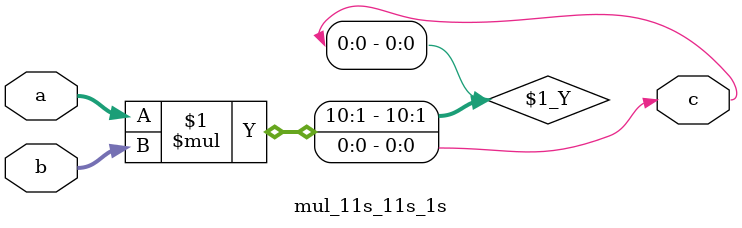
<source format=v>
module mul_11s_11s_1s(a, b, c);
  input signed [10:0] a;
  input signed [10:0] b;
  output signed c;
  assign c = a * b;
endmodule

</source>
